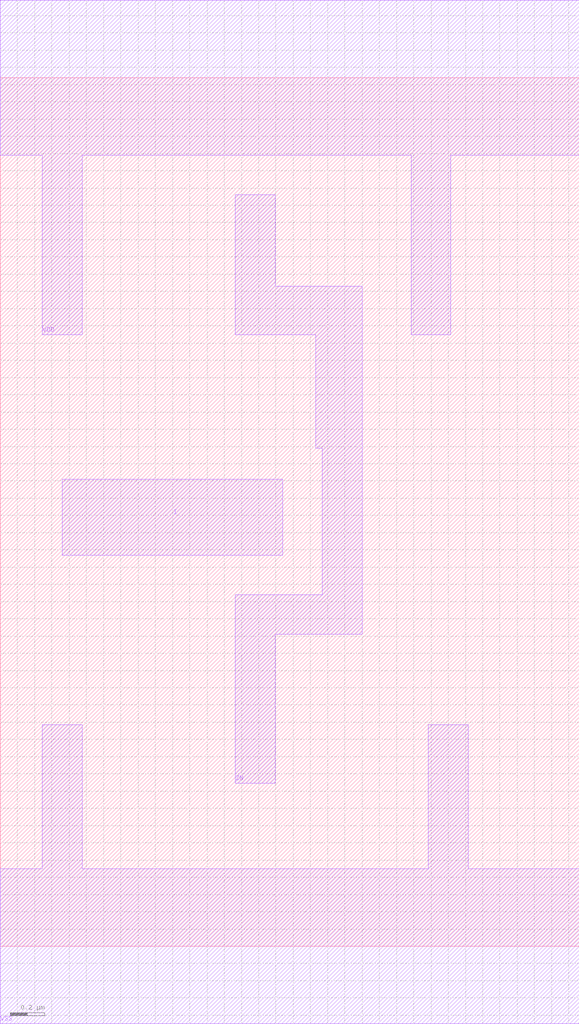
<source format=lef>
# Copyright 2022 GlobalFoundries PDK Authors
#
# Licensed under the Apache License, Version 2.0 (the "License");
# you may not use this file except in compliance with the License.
# You may obtain a copy of the License at
#
#      http://www.apache.org/licenses/LICENSE-2.0
#
# Unless required by applicable law or agreed to in writing, software
# distributed under the License is distributed on an "AS IS" BASIS,
# WITHOUT WARRANTIES OR CONDITIONS OF ANY KIND, either express or implied.
# See the License for the specific language governing permissions and
# limitations under the License.

MACRO gf180mcu_fd_sc_mcu9t5v0__clkinv_2
  CLASS core ;
  FOREIGN gf180mcu_fd_sc_mcu9t5v0__clkinv_2 0.0 0.0 ;
  ORIGIN 0 0 ;
  SYMMETRY X Y ;
  SITE GF018hv5v_green_sc9 ;
  SIZE 3.36 BY 5.04 ;
  PIN I
    DIRECTION INPUT ;
    ANTENNAGATEAREA 2.706 ;
    PORT
      LAYER Metal1 ;
        POLYGON 0.36 2.27 1.64 2.27 1.64 2.71 0.36 2.71  ;
    END
  END I
  PIN ZN
    DIRECTION OUTPUT ;
    ANTENNADIFFAREA 1.5142 ;
    PORT
      LAYER Metal1 ;
        POLYGON 1.365 3.55 1.83 3.55 1.83 2.89 1.87 2.89 1.87 2.04 1.365 2.04 1.365 0.945 1.595 0.945 1.595 1.81 2.1 1.81 2.1 3.83 1.595 3.83 1.595 4.36 1.365 4.36  ;
    END
  END ZN
  PIN VDD
    DIRECTION INOUT ;
    USE power ;
    SHAPE ABUTMENT ;
    PORT
      LAYER Metal1 ;
        POLYGON 0 4.59 0.245 4.59 0.245 3.55 0.475 3.55 0.475 4.59 2.385 4.59 2.385 3.55 2.615 3.55 2.615 4.59 3.36 4.59 3.36 5.49 0 5.49  ;
    END
  END VDD
  PIN VSS
    DIRECTION INOUT ;
    USE ground ;
    SHAPE ABUTMENT ;
    PORT
      LAYER Metal1 ;
        POLYGON 0 -0.45 3.36 -0.45 3.36 0.45 2.715 0.45 2.715 1.285 2.485 1.285 2.485 0.45 0.475 0.45 0.475 1.285 0.245 1.285 0.245 0.45 0 0.45  ;
    END
  END VSS
END gf180mcu_fd_sc_mcu9t5v0__clkinv_2

</source>
